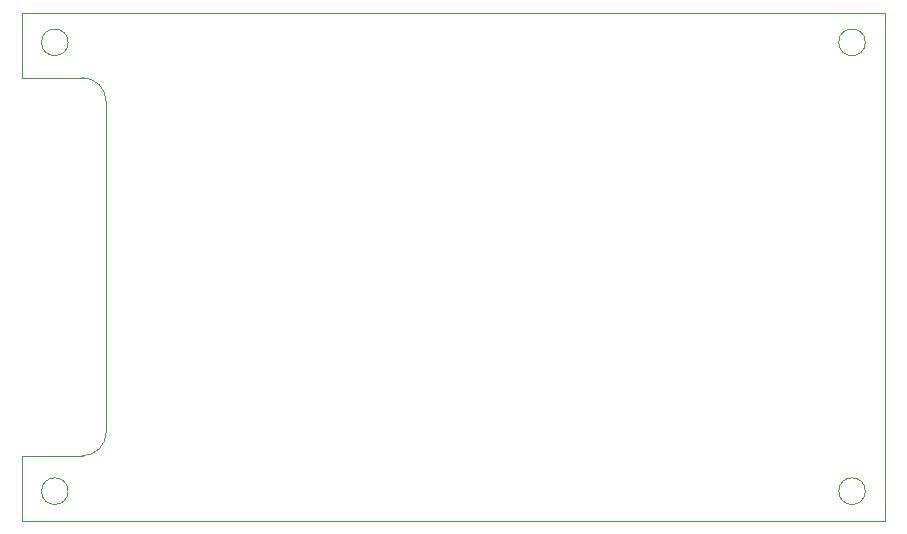
<source format=gbr>
%TF.GenerationSoftware,KiCad,Pcbnew,5.99.0-unknown-308ab8caf~106~ubuntu18.04.1*%
%TF.CreationDate,2021-02-25T19:42:54-08:00*%
%TF.ProjectId,signal-board,7369676e-616c-42d6-926f-6172642e6b69,rev?*%
%TF.SameCoordinates,Original*%
%TF.FileFunction,Profile,NP*%
%FSLAX46Y46*%
G04 Gerber Fmt 4.6, Leading zero omitted, Abs format (unit mm)*
G04 Created by KiCad (PCBNEW 5.99.0-unknown-308ab8caf~106~ubuntu18.04.1) date 2021-02-25 19:42:54*
%MOMM*%
%LPD*%
G01*
G04 APERTURE LIST*
%TA.AperFunction,Profile*%
%ADD10C,0.100000*%
%TD*%
%TA.AperFunction,Profile*%
%ADD11C,0.120000*%
%TD*%
G04 APERTURE END LIST*
D10*
X170300000Y-141000000D02*
X170300000Y-98000000D01*
X170300000Y-141000000D02*
X97300000Y-141000000D01*
X97300000Y-135500000D02*
X97300000Y-141000000D01*
X104400000Y-133500000D02*
G75*
G02*
X102400000Y-135500000I-2000000J0D01*
G01*
X104400000Y-133500000D02*
X104400000Y-105500000D01*
X97300000Y-98000000D02*
X97300000Y-103500000D01*
D11*
X101175000Y-138500000D02*
G75*
G03*
X101175000Y-138500000I-1125000J0D01*
G01*
D10*
X102400000Y-103500000D02*
G75*
G02*
X104400000Y-105500000I0J-2000000D01*
G01*
D11*
X101175000Y-100500000D02*
G75*
G03*
X101175000Y-100500000I-1125000J0D01*
G01*
X97300000Y-98000000D02*
X170300000Y-98000000D01*
X168675000Y-138500000D02*
G75*
G03*
X168675000Y-138500000I-1125000J0D01*
G01*
D10*
X102400000Y-135500000D02*
X97300000Y-135500000D01*
D11*
X168675000Y-100500000D02*
G75*
G03*
X168675000Y-100500000I-1125000J0D01*
G01*
D10*
X102400000Y-103500000D02*
X97300000Y-103500000D01*
M02*

</source>
